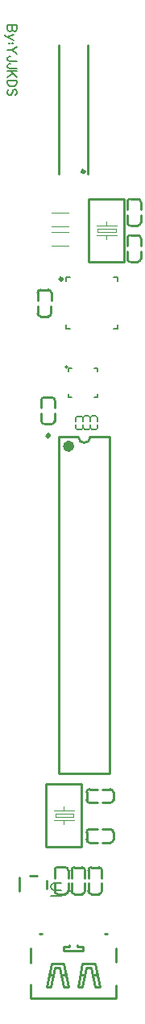
<source format=gto>
G04 Layer: TopSilkscreenLayer*
G04 EasyEDA v6.5.14, 2022-08-19 15:33:08*
G04 4789359181944f948eab88b2c3823588,33ad25853f61487886fee39e8dc23a8a,10*
G04 Gerber Generator version 0.2*
G04 Scale: 100 percent, Rotated: No, Reflected: No *
G04 Dimensions in inches *
G04 leading zeros omitted , absolute positions ,3 integer and 6 decimal *
%FSLAX36Y36*%
%MOIN*%

%ADD10C,0.0080*%
%ADD11C,0.0060*%
%ADD12C,0.0039*%
%ADD13C,0.0100*%
%ADD14C,0.0098*%
%ADD15C,0.0050*%
%ADD16C,0.0079*%
%ADD17C,0.0118*%
%ADD18C,0.0236*%
%ADD19C,0.0150*%

%LPD*%
D10*
X65399Y4075000D02*
G01*
X27199Y4075000D01*
X65399Y4075000D02*
G01*
X65399Y4058600D01*
X63499Y4053200D01*
X61700Y4051399D01*
X58099Y4049499D01*
X54499Y4049499D01*
X50799Y4051399D01*
X49000Y4053200D01*
X47199Y4058600D01*
X47199Y4075000D02*
G01*
X47199Y4058600D01*
X45399Y4053200D01*
X43499Y4051399D01*
X39899Y4049499D01*
X34499Y4049499D01*
X30799Y4051399D01*
X29000Y4053200D01*
X27199Y4058600D01*
X27199Y4075000D01*
X52600Y4035700D02*
G01*
X27199Y4024800D01*
X52600Y4013899D02*
G01*
X27199Y4024800D01*
X19899Y4028499D01*
X16300Y4032100D01*
X14499Y4035700D01*
X14499Y4037500D01*
X49000Y4000100D02*
G01*
X47199Y4001900D01*
X45399Y4000100D01*
X47199Y3998299D01*
X49000Y4000100D01*
X36300Y4000100D02*
G01*
X34499Y4001900D01*
X32600Y4000100D01*
X34499Y3998299D01*
X36300Y4000100D01*
X65399Y3986300D02*
G01*
X47199Y3971700D01*
X27199Y3971700D01*
X65399Y3957199D02*
G01*
X47199Y3971700D01*
X65399Y3926999D02*
G01*
X36300Y3926999D01*
X30799Y3928800D01*
X29000Y3930599D01*
X27199Y3934299D01*
X27199Y3937899D01*
X29000Y3941500D01*
X30799Y3943400D01*
X36300Y3945200D01*
X39899Y3945200D01*
X65399Y3896799D02*
G01*
X36300Y3896799D01*
X30799Y3898600D01*
X29000Y3900500D01*
X27199Y3904099D01*
X27199Y3907700D01*
X29000Y3911399D01*
X30799Y3913200D01*
X36300Y3915000D01*
X39899Y3915000D01*
X65399Y3884800D02*
G01*
X27199Y3884800D01*
X65399Y3859400D02*
G01*
X39899Y3884800D01*
X49000Y3875700D02*
G01*
X27199Y3859400D01*
X65399Y3847399D02*
G01*
X27199Y3847399D01*
X65399Y3847399D02*
G01*
X65399Y3834600D01*
X63499Y3829200D01*
X59899Y3825500D01*
X56300Y3823699D01*
X50799Y3821900D01*
X41700Y3821900D01*
X36300Y3823699D01*
X32600Y3825500D01*
X29000Y3829200D01*
X27199Y3834600D01*
X27199Y3847399D01*
X59899Y3784499D02*
G01*
X63499Y3788099D01*
X65399Y3793499D01*
X65399Y3800799D01*
X63499Y3806300D01*
X59899Y3809899D01*
X56300Y3809899D01*
X52600Y3808099D01*
X50799Y3806300D01*
X49000Y3802600D01*
X45399Y3791700D01*
X43499Y3788099D01*
X41700Y3786300D01*
X38099Y3784499D01*
X32600Y3784499D01*
X29000Y3788099D01*
X27199Y3793499D01*
X27199Y3800799D01*
X29000Y3806300D01*
X32600Y3809899D01*
D11*
X250399Y524510D02*
G01*
X219800Y524510D01*
X213600Y522510D01*
X209499Y518409D01*
X207500Y512310D01*
X207500Y508209D01*
X209499Y502010D01*
X213600Y497910D01*
X219800Y495909D01*
X250399Y495909D01*
X242300Y482409D02*
G01*
X244299Y478310D01*
X250399Y472210D01*
X207500Y472210D01*
D12*
X280432Y3242757D02*
G01*
X209567Y3242757D01*
X209567Y3298661D02*
G01*
X280432Y3298663D01*
X280432Y3162757D02*
G01*
X209567Y3162757D01*
X209567Y3218661D02*
G01*
X280432Y3218663D01*
D13*
X238976Y3458312D02*
G01*
X238976Y3991727D01*
X361024Y3458312D02*
G01*
X361024Y3991727D01*
D14*
X431068Y316260D02*
G01*
X439400Y316260D01*
X160599Y316260D02*
G01*
X168931Y316260D01*
X122835Y253269D02*
G01*
X122835Y254926D01*
X122835Y253269D02*
G01*
X122835Y196484D01*
X477164Y198150D02*
G01*
X477164Y255241D01*
X122804Y103614D02*
G01*
X122804Y104515D01*
X122804Y48515D01*
X477204Y48515D01*
X477204Y103614D01*
X284250Y261143D02*
G01*
X284250Y269016D01*
X339369Y245394D02*
G01*
X339369Y261143D01*
X315747Y261143D01*
X315747Y269016D01*
X260628Y245394D02*
G01*
X260628Y261143D01*
X284250Y261143D01*
X260234Y245394D02*
G01*
X339762Y245394D01*
D13*
X189068Y94479D02*
G01*
X208667Y192979D01*
X259868Y192979D01*
X279567Y94479D01*
X260068Y94479D01*
X244367Y177179D01*
X223568Y177179D01*
X207768Y94479D01*
X189068Y94479D01*
X200868Y145680D02*
G01*
X216568Y145680D01*
X252024Y145691D02*
G01*
X267771Y145691D01*
X381030Y145891D02*
G01*
X396779Y145891D01*
X329875Y145880D02*
G01*
X345574Y145880D01*
X318074Y94679D02*
G01*
X337674Y193180D01*
X388874Y193180D01*
X408575Y94679D01*
X389074Y94679D01*
X373375Y177379D01*
X352575Y177379D01*
X336774Y94679D01*
X318074Y94679D01*
X179259Y2535435D02*
G01*
X210756Y2535435D01*
X167060Y2491743D02*
G01*
X167060Y2523238D01*
X222953Y2491743D02*
G01*
X222953Y2523238D01*
X166831Y2469072D02*
G01*
X166831Y2437575D01*
X179030Y2425376D02*
G01*
X210525Y2425376D01*
X222721Y2469072D02*
G01*
X222721Y2437575D01*
X265738Y480985D02*
G01*
X234241Y480985D01*
X277937Y524675D02*
G01*
X277937Y493180D01*
X222046Y524675D02*
G01*
X222046Y493180D01*
X278166Y547348D02*
G01*
X278166Y578845D01*
X265969Y591042D02*
G01*
X234474Y591042D01*
X222276Y547348D02*
G01*
X222276Y578845D01*
X75001Y548209D02*
G01*
X74998Y493211D01*
X189998Y537341D02*
G01*
X189998Y504083D01*
X120001Y555711D02*
G01*
X149998Y555711D01*
X370000Y2372559D02*
G01*
X449331Y2372559D01*
X449331Y978859D01*
X240668Y978859D01*
X240668Y2372559D01*
X320000Y2372559D01*
X335327Y480785D02*
G01*
X303831Y480785D01*
X347527Y524477D02*
G01*
X347527Y492982D01*
X291635Y524477D02*
G01*
X291635Y492982D01*
X347755Y547150D02*
G01*
X347755Y578645D01*
X335558Y590844D02*
G01*
X304063Y590844D01*
X291866Y547150D02*
G01*
X291866Y578645D01*
X405327Y480785D02*
G01*
X373831Y480785D01*
X417527Y524477D02*
G01*
X417527Y492982D01*
X361635Y524477D02*
G01*
X361635Y492982D01*
X417755Y547150D02*
G01*
X417755Y578645D01*
X405558Y590844D02*
G01*
X374063Y590844D01*
X361866Y547150D02*
G01*
X361866Y578645D01*
X287559Y936610D02*
G01*
X332840Y936610D01*
X332840Y674810D01*
X287559Y674810D01*
X232440Y674810D02*
G01*
X187170Y674810D01*
X187170Y936610D01*
X232440Y936610D01*
X232440Y936615D02*
G01*
X287559Y936615D01*
X287559Y674805D02*
G01*
X232440Y674805D01*
D12*
X260369Y830018D02*
G01*
X260369Y841828D01*
X220999Y826080D02*
G01*
X303681Y826080D01*
X224940Y798519D02*
G01*
X299740Y798519D01*
X299740Y814268D01*
X224940Y814268D01*
X224940Y798519D01*
X220999Y786709D02*
G01*
X303681Y786709D01*
X260000Y768710D02*
G01*
X260000Y782710D01*
D13*
X464724Y901448D02*
G01*
X464724Y869951D01*
X421033Y913647D02*
G01*
X452528Y913647D01*
X421033Y857755D02*
G01*
X452528Y857755D01*
X398360Y913877D02*
G01*
X366864Y913877D01*
X354666Y901678D02*
G01*
X354666Y870183D01*
X398360Y857986D02*
G01*
X366864Y857986D01*
X464724Y736448D02*
G01*
X464724Y704951D01*
X421033Y748647D02*
G01*
X452528Y748647D01*
X421033Y692755D02*
G01*
X452528Y692755D01*
X398360Y748877D02*
G01*
X366864Y748877D01*
X354666Y736678D02*
G01*
X354666Y705183D01*
X398360Y692986D02*
G01*
X366864Y692986D01*
D11*
X340378Y2408861D02*
G01*
X340378Y2423366D01*
X309621Y2423366D02*
G01*
X309621Y2408861D01*
X315621Y2402860D02*
G01*
X334378Y2402860D01*
X340378Y2450958D02*
G01*
X340378Y2436453D01*
X309621Y2436453D02*
G01*
X309621Y2450958D01*
X315621Y2456959D02*
G01*
X334378Y2456959D01*
X400378Y2409661D02*
G01*
X400378Y2424167D01*
X369621Y2424167D02*
G01*
X369621Y2409661D01*
X375621Y2403661D02*
G01*
X394378Y2403661D01*
X400378Y2451759D02*
G01*
X400378Y2437253D01*
X369621Y2437253D02*
G01*
X369621Y2451759D01*
X375621Y2457759D02*
G01*
X394378Y2457759D01*
X370378Y2409661D02*
G01*
X370378Y2424167D01*
X339621Y2424167D02*
G01*
X339621Y2409661D01*
X345621Y2403661D02*
G01*
X364378Y2403661D01*
X370378Y2451759D02*
G01*
X370378Y2437253D01*
X339621Y2437253D02*
G01*
X339621Y2451759D01*
X345621Y2457759D02*
G01*
X364378Y2457759D01*
D15*
X280999Y2643045D02*
G01*
X280999Y2654895D01*
X293000Y2654895D01*
X279149Y2549209D02*
G01*
X279149Y2536785D01*
X293000Y2536785D01*
X386999Y2536785D02*
G01*
X399110Y2536785D01*
X399110Y2549209D01*
X398850Y2642210D02*
G01*
X398850Y2654209D01*
X386999Y2654706D02*
G01*
X398850Y2654706D01*
D16*
X268701Y2835363D02*
G01*
X268701Y2819414D01*
X284652Y2819414D01*
X268701Y3016062D02*
G01*
X268701Y3032013D01*
X284652Y3032013D01*
X465351Y2819414D02*
G01*
X481302Y2819414D01*
X481302Y2835363D01*
X465351Y3032013D02*
G01*
X481302Y3032013D01*
X481302Y3016062D01*
D13*
X535205Y3206386D02*
G01*
X566703Y3206386D01*
X523006Y3162694D02*
G01*
X523006Y3194189D01*
X578899Y3162694D02*
G01*
X578899Y3194189D01*
X522777Y3140021D02*
G01*
X522777Y3108526D01*
X534976Y3096327D02*
G01*
X566471Y3096327D01*
X578667Y3140021D02*
G01*
X578667Y3108526D01*
X535205Y3356386D02*
G01*
X566703Y3356386D01*
X523006Y3312694D02*
G01*
X523006Y3344189D01*
X578899Y3312694D02*
G01*
X578899Y3344189D01*
X522777Y3290021D02*
G01*
X522777Y3258526D01*
X534976Y3246327D02*
G01*
X566471Y3246327D01*
X578667Y3290021D02*
G01*
X578667Y3258526D01*
X462559Y3356610D02*
G01*
X507840Y3356610D01*
X507840Y3094810D01*
X462559Y3094810D01*
X407440Y3094810D02*
G01*
X362170Y3094810D01*
X362170Y3356610D01*
X407440Y3356610D01*
X407440Y3356615D02*
G01*
X462559Y3356615D01*
X462559Y3094805D02*
G01*
X407440Y3094805D01*
D12*
X435369Y3250018D02*
G01*
X435369Y3261828D01*
X395999Y3246080D02*
G01*
X478681Y3246080D01*
X399940Y3218519D02*
G01*
X474740Y3218519D01*
X474740Y3234268D01*
X399940Y3234268D01*
X399940Y3218519D01*
X395999Y3206709D02*
G01*
X478681Y3206709D01*
X435000Y3188710D02*
G01*
X435000Y3202710D01*
D13*
X164259Y2980435D02*
G01*
X195756Y2980435D01*
X152060Y2936743D02*
G01*
X152060Y2968238D01*
X207953Y2936743D02*
G01*
X207953Y2968238D01*
X151831Y2914072D02*
G01*
X151831Y2882575D01*
X164030Y2870376D02*
G01*
X195525Y2870376D01*
X207721Y2914072D02*
G01*
X207721Y2882575D01*
G75*
G01*
X179031Y2425376D02*
G02*
X166832Y2437573I-1J12198D01*
G75*
G01*
X222725Y2437573D02*
G02*
X210526Y2425376I-12198J1D01*
G75*
G01*
X167061Y2523237D02*
G02*
X179260Y2535435I12198J0D01*
G75*
G01*
X210756Y2535435D02*
G02*
X222954Y2523237I0J-12198D01*
G75*
G01*
X265969Y591045D02*
G02*
X278167Y578847I0J-12198D01*
G75*
G01*
X222275Y578847D02*
G02*
X234474Y591045I12198J0D01*
G75*
G01*
X277938Y493183D02*
G02*
X265739Y480985I-12198J0D01*
G75*
G01*
X234244Y480985D02*
G02*
X222046Y493183I0J12198D01*
D17*
G75*
G01*
X195400Y2382010D02*
G03*
X195500Y2382010I50J-5906D01*
D13*
G75*
G01*
X320000Y2372610D02*
G03*
X370000Y2372610I25000J0D01*
D18*
G75*
G01*
X280000Y2345010D02*
G03*
X280200Y2345010I100J-11811D01*
D13*
G75*
G01*
X335558Y590846D02*
G02*
X347756Y578648I0J-12198D01*
G75*
G01*
X291864Y578648D02*
G02*
X304063Y590846I12198J0D01*
G75*
G01*
X347527Y492984D02*
G02*
X335328Y480786I-12198J0D01*
G75*
G01*
X303833Y480786D02*
G02*
X291635Y492984I0J12198D01*
G75*
G01*
X405558Y590846D02*
G02*
X417756Y578648I0J-12198D01*
G75*
G01*
X361864Y578648D02*
G02*
X374063Y590846I12198J0D01*
G75*
G01*
X417527Y492984D02*
G02*
X405328Y480786I-12198J0D01*
G75*
G01*
X373833Y480786D02*
G02*
X361635Y492984I0J12198D01*
G75*
G01*
X354665Y901679D02*
G02*
X366863Y913877I12198J0D01*
G75*
G01*
X366863Y857985D02*
G02*
X354665Y870184I0J12198D01*
G75*
G01*
X452527Y913648D02*
G02*
X464725Y901449I0J-12198D01*
G75*
G01*
X464725Y869954D02*
G02*
X452527Y857756I-12198J0D01*
G75*
G01*
X354665Y736679D02*
G02*
X366863Y748877I12198J0D01*
G75*
G01*
X366863Y692985D02*
G02*
X354665Y705184I0J12198D01*
G75*
G01*
X452527Y748648D02*
G02*
X464725Y736449I0J-12198D01*
G75*
G01*
X464725Y704954D02*
G02*
X452527Y692756I-12198J0D01*
D11*
G75*
G01*
X309622Y2408861D02*
G03*
X315622Y2402861I6000J0D01*
G75*
G01*
X334378Y2402861D02*
G03*
X340378Y2408861I0J6000D01*
G75*
G01*
X309622Y2450959D02*
G02*
X315622Y2456959I6000J0D01*
G75*
G01*
X334378Y2456959D02*
G02*
X340378Y2450959I0J-6000D01*
G75*
G01*
X369622Y2409661D02*
G03*
X375622Y2403661I6000J0D01*
G75*
G01*
X394378Y2403661D02*
G03*
X400378Y2409661I0J6000D01*
G75*
G01*
X369622Y2451759D02*
G02*
X375622Y2457759I6000J0D01*
G75*
G01*
X394378Y2457759D02*
G02*
X400378Y2451759I0J-6000D01*
G75*
G01*
X339622Y2409661D02*
G03*
X345622Y2403661I6000J0D01*
G75*
G01*
X364378Y2403661D02*
G03*
X370378Y2409661I0J6000D01*
G75*
G01*
X339622Y2451759D02*
G02*
X345622Y2457759I6000J0D01*
G75*
G01*
X364378Y2457759D02*
G02*
X370378Y2451759I0J-6000D01*
D10*
G75*
G01*
X275000Y2661210D02*
G03*
X274996Y2661033I-4000J2D01*
D17*
G75*
G01*
X254903Y3025237D02*
G03*
X254903Y3025137I-5906J-50D01*
D13*
G75*
G01*
X534976Y3096326D02*
G02*
X522778Y3108524I0J12198D01*
G75*
G01*
X578670Y3108524D02*
G02*
X566471Y3096326I-12198J0D01*
G75*
G01*
X523007Y3194188D02*
G02*
X535206Y3206386I12198J0D01*
G75*
G01*
X566701Y3206386D02*
G02*
X578899Y3194188I0J-12198D01*
G75*
G01*
X534976Y3246326D02*
G02*
X522778Y3258524I0J12198D01*
G75*
G01*
X578670Y3258524D02*
G02*
X566471Y3246326I-12198J0D01*
G75*
G01*
X523007Y3344188D02*
G02*
X535206Y3356386I12198J0D01*
G75*
G01*
X566701Y3356386D02*
G02*
X578899Y3344188I0J-12198D01*
G75*
G01*
X164031Y2870376D02*
G02*
X151832Y2882573I-1J12198D01*
G75*
G01*
X207725Y2882573D02*
G02*
X195526Y2870376I-12198J1D01*
G75*
G01*
X152061Y2968237D02*
G02*
X164260Y2980435I12198J0D01*
G75*
G01*
X195756Y2980435D02*
G02*
X207954Y2968237I0J-12198D01*
D17*
G75*
G01
X345910Y3470000D02*
G03X345910Y3470000I-5910J0D01*
M02*

</source>
